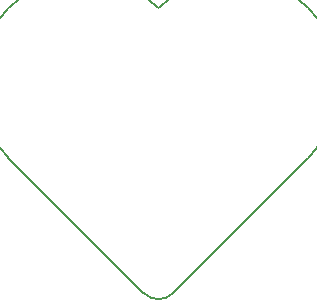
<source format=gbr>
G04 #@! TF.GenerationSoftware,KiCad,Pcbnew,(5.0.0-rc2-dev-82-ga78607874)*
G04 #@! TF.CreationDate,2018-03-09T02:59:27+08:00*
G04 #@! TF.ProjectId,SMD-Heart,534D442D48656172742E6B696361645F,rev?*
G04 #@! TF.SameCoordinates,Original*
G04 #@! TF.FileFunction,Profile,NP*
%FSLAX46Y46*%
G04 Gerber Fmt 4.6, Leading zero omitted, Abs format (unit mm)*
G04 Created by KiCad (PCBNEW (5.0.0-rc2-dev-82-ga78607874)) date Fri Mar  9 02:59:27 2018*
%MOMM*%
%LPD*%
G01*
G04 APERTURE LIST*
%ADD10C,0.150000*%
G04 APERTURE END LIST*
D10*
X77470000Y-55880000D02*
G75*
G02X74930000Y-55880000I-1270000J1270000D01*
G01*
X76200001Y-31750001D02*
G75*
G02X88899999Y-44449999I6349999J-6349999D01*
G01*
X63500001Y-44449999D02*
G75*
G02X76199999Y-31750001I6349999J6349999D01*
G01*
X77470000Y-55880000D02*
X88900000Y-44450000D01*
X74930000Y-55880000D02*
X63500000Y-44450000D01*
M02*

</source>
